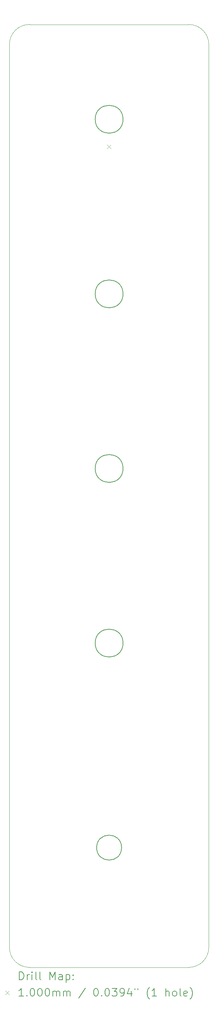
<source format=gbr>
%FSLAX45Y45*%
G04 Gerber Fmt 4.5, Leading zero omitted, Abs format (unit mm)*
G04 Created by KiCad (PCBNEW 6.0.5+dfsg-1~bpo11+1) date 2022-08-10 11:57:28*
%MOMM*%
%LPD*%
G01*
G04 APERTURE LIST*
%TA.AperFunction,Profile*%
%ADD10C,0.100000*%
%TD*%
%TA.AperFunction,Profile*%
%ADD11C,0.150000*%
%TD*%
%ADD12C,0.200000*%
%ADD13C,0.100000*%
G04 APERTURE END LIST*
D10*
X8064500Y-26035000D02*
G75*
G03*
X8572500Y-25527000I0J508000D01*
G01*
X8572500Y-25527000D02*
X8572500Y-2540000D01*
D11*
X6387500Y-17780000D02*
G75*
G03*
X6387500Y-17780000I-355000J0D01*
G01*
D10*
X8572500Y-2540000D02*
G75*
G03*
X8064500Y-2032000I-508000J0D01*
G01*
X3492500Y-2540000D02*
X3492500Y-25527000D01*
X8064500Y-2032000D02*
X4000500Y-2032000D01*
X3492500Y-25527000D02*
G75*
G03*
X4000500Y-26035000I508000J0D01*
G01*
D11*
X6350000Y-22987000D02*
G75*
G03*
X6350000Y-22987000I-317500J0D01*
G01*
D10*
X4000500Y-26035000D02*
X8064500Y-26035000D01*
D11*
X6387500Y-8890000D02*
G75*
G03*
X6387500Y-8890000I-355000J0D01*
G01*
X6387500Y-4445000D02*
G75*
G03*
X6387500Y-4445000I-355000J0D01*
G01*
X6387500Y-13335000D02*
G75*
G03*
X6387500Y-13335000I-355000J0D01*
G01*
D10*
X4000500Y-2032000D02*
G75*
G03*
X3492500Y-2540000I0J-508000D01*
G01*
D12*
D13*
X5982500Y-5093500D02*
X6082500Y-5193500D01*
X6082500Y-5093500D02*
X5982500Y-5193500D01*
D12*
X3745119Y-26350476D02*
X3745119Y-26150476D01*
X3792738Y-26150476D01*
X3821309Y-26160000D01*
X3840357Y-26179048D01*
X3849881Y-26198095D01*
X3859405Y-26236190D01*
X3859405Y-26264762D01*
X3849881Y-26302857D01*
X3840357Y-26321905D01*
X3821309Y-26340952D01*
X3792738Y-26350476D01*
X3745119Y-26350476D01*
X3945119Y-26350476D02*
X3945119Y-26217143D01*
X3945119Y-26255238D02*
X3954643Y-26236190D01*
X3964167Y-26226667D01*
X3983214Y-26217143D01*
X4002262Y-26217143D01*
X4068928Y-26350476D02*
X4068928Y-26217143D01*
X4068928Y-26150476D02*
X4059405Y-26160000D01*
X4068928Y-26169524D01*
X4078452Y-26160000D01*
X4068928Y-26150476D01*
X4068928Y-26169524D01*
X4192738Y-26350476D02*
X4173690Y-26340952D01*
X4164167Y-26321905D01*
X4164167Y-26150476D01*
X4297500Y-26350476D02*
X4278452Y-26340952D01*
X4268929Y-26321905D01*
X4268929Y-26150476D01*
X4526071Y-26350476D02*
X4526071Y-26150476D01*
X4592738Y-26293333D01*
X4659405Y-26150476D01*
X4659405Y-26350476D01*
X4840357Y-26350476D02*
X4840357Y-26245714D01*
X4830833Y-26226667D01*
X4811786Y-26217143D01*
X4773690Y-26217143D01*
X4754643Y-26226667D01*
X4840357Y-26340952D02*
X4821310Y-26350476D01*
X4773690Y-26350476D01*
X4754643Y-26340952D01*
X4745119Y-26321905D01*
X4745119Y-26302857D01*
X4754643Y-26283809D01*
X4773690Y-26274286D01*
X4821310Y-26274286D01*
X4840357Y-26264762D01*
X4935595Y-26217143D02*
X4935595Y-26417143D01*
X4935595Y-26226667D02*
X4954643Y-26217143D01*
X4992738Y-26217143D01*
X5011786Y-26226667D01*
X5021310Y-26236190D01*
X5030833Y-26255238D01*
X5030833Y-26312381D01*
X5021310Y-26331428D01*
X5011786Y-26340952D01*
X4992738Y-26350476D01*
X4954643Y-26350476D01*
X4935595Y-26340952D01*
X5116548Y-26331428D02*
X5126071Y-26340952D01*
X5116548Y-26350476D01*
X5107024Y-26340952D01*
X5116548Y-26331428D01*
X5116548Y-26350476D01*
X5116548Y-26226667D02*
X5126071Y-26236190D01*
X5116548Y-26245714D01*
X5107024Y-26236190D01*
X5116548Y-26226667D01*
X5116548Y-26245714D01*
D13*
X3387500Y-26630000D02*
X3487500Y-26730000D01*
X3487500Y-26630000D02*
X3387500Y-26730000D01*
D12*
X3849881Y-26770476D02*
X3735595Y-26770476D01*
X3792738Y-26770476D02*
X3792738Y-26570476D01*
X3773690Y-26599048D01*
X3754643Y-26618095D01*
X3735595Y-26627619D01*
X3935595Y-26751428D02*
X3945119Y-26760952D01*
X3935595Y-26770476D01*
X3926071Y-26760952D01*
X3935595Y-26751428D01*
X3935595Y-26770476D01*
X4068928Y-26570476D02*
X4087976Y-26570476D01*
X4107024Y-26580000D01*
X4116548Y-26589524D01*
X4126071Y-26608571D01*
X4135595Y-26646667D01*
X4135595Y-26694286D01*
X4126071Y-26732381D01*
X4116548Y-26751428D01*
X4107024Y-26760952D01*
X4087976Y-26770476D01*
X4068928Y-26770476D01*
X4049881Y-26760952D01*
X4040357Y-26751428D01*
X4030833Y-26732381D01*
X4021309Y-26694286D01*
X4021309Y-26646667D01*
X4030833Y-26608571D01*
X4040357Y-26589524D01*
X4049881Y-26580000D01*
X4068928Y-26570476D01*
X4259405Y-26570476D02*
X4278452Y-26570476D01*
X4297500Y-26580000D01*
X4307024Y-26589524D01*
X4316548Y-26608571D01*
X4326071Y-26646667D01*
X4326071Y-26694286D01*
X4316548Y-26732381D01*
X4307024Y-26751428D01*
X4297500Y-26760952D01*
X4278452Y-26770476D01*
X4259405Y-26770476D01*
X4240357Y-26760952D01*
X4230833Y-26751428D01*
X4221310Y-26732381D01*
X4211786Y-26694286D01*
X4211786Y-26646667D01*
X4221310Y-26608571D01*
X4230833Y-26589524D01*
X4240357Y-26580000D01*
X4259405Y-26570476D01*
X4449881Y-26570476D02*
X4468929Y-26570476D01*
X4487976Y-26580000D01*
X4497500Y-26589524D01*
X4507024Y-26608571D01*
X4516548Y-26646667D01*
X4516548Y-26694286D01*
X4507024Y-26732381D01*
X4497500Y-26751428D01*
X4487976Y-26760952D01*
X4468929Y-26770476D01*
X4449881Y-26770476D01*
X4430833Y-26760952D01*
X4421310Y-26751428D01*
X4411786Y-26732381D01*
X4402262Y-26694286D01*
X4402262Y-26646667D01*
X4411786Y-26608571D01*
X4421310Y-26589524D01*
X4430833Y-26580000D01*
X4449881Y-26570476D01*
X4602262Y-26770476D02*
X4602262Y-26637143D01*
X4602262Y-26656190D02*
X4611786Y-26646667D01*
X4630833Y-26637143D01*
X4659405Y-26637143D01*
X4678452Y-26646667D01*
X4687976Y-26665714D01*
X4687976Y-26770476D01*
X4687976Y-26665714D02*
X4697500Y-26646667D01*
X4716548Y-26637143D01*
X4745119Y-26637143D01*
X4764167Y-26646667D01*
X4773690Y-26665714D01*
X4773690Y-26770476D01*
X4868929Y-26770476D02*
X4868929Y-26637143D01*
X4868929Y-26656190D02*
X4878452Y-26646667D01*
X4897500Y-26637143D01*
X4926071Y-26637143D01*
X4945119Y-26646667D01*
X4954643Y-26665714D01*
X4954643Y-26770476D01*
X4954643Y-26665714D02*
X4964167Y-26646667D01*
X4983214Y-26637143D01*
X5011786Y-26637143D01*
X5030833Y-26646667D01*
X5040357Y-26665714D01*
X5040357Y-26770476D01*
X5430833Y-26560952D02*
X5259405Y-26818095D01*
X5687976Y-26570476D02*
X5707024Y-26570476D01*
X5726071Y-26580000D01*
X5735595Y-26589524D01*
X5745119Y-26608571D01*
X5754643Y-26646667D01*
X5754643Y-26694286D01*
X5745119Y-26732381D01*
X5735595Y-26751428D01*
X5726071Y-26760952D01*
X5707024Y-26770476D01*
X5687976Y-26770476D01*
X5668928Y-26760952D01*
X5659405Y-26751428D01*
X5649881Y-26732381D01*
X5640357Y-26694286D01*
X5640357Y-26646667D01*
X5649881Y-26608571D01*
X5659405Y-26589524D01*
X5668928Y-26580000D01*
X5687976Y-26570476D01*
X5840357Y-26751428D02*
X5849881Y-26760952D01*
X5840357Y-26770476D01*
X5830833Y-26760952D01*
X5840357Y-26751428D01*
X5840357Y-26770476D01*
X5973690Y-26570476D02*
X5992738Y-26570476D01*
X6011786Y-26580000D01*
X6021309Y-26589524D01*
X6030833Y-26608571D01*
X6040357Y-26646667D01*
X6040357Y-26694286D01*
X6030833Y-26732381D01*
X6021309Y-26751428D01*
X6011786Y-26760952D01*
X5992738Y-26770476D01*
X5973690Y-26770476D01*
X5954643Y-26760952D01*
X5945119Y-26751428D01*
X5935595Y-26732381D01*
X5926071Y-26694286D01*
X5926071Y-26646667D01*
X5935595Y-26608571D01*
X5945119Y-26589524D01*
X5954643Y-26580000D01*
X5973690Y-26570476D01*
X6107024Y-26570476D02*
X6230833Y-26570476D01*
X6164167Y-26646667D01*
X6192738Y-26646667D01*
X6211786Y-26656190D01*
X6221309Y-26665714D01*
X6230833Y-26684762D01*
X6230833Y-26732381D01*
X6221309Y-26751428D01*
X6211786Y-26760952D01*
X6192738Y-26770476D01*
X6135595Y-26770476D01*
X6116548Y-26760952D01*
X6107024Y-26751428D01*
X6326071Y-26770476D02*
X6364167Y-26770476D01*
X6383214Y-26760952D01*
X6392738Y-26751428D01*
X6411786Y-26722857D01*
X6421309Y-26684762D01*
X6421309Y-26608571D01*
X6411786Y-26589524D01*
X6402262Y-26580000D01*
X6383214Y-26570476D01*
X6345119Y-26570476D01*
X6326071Y-26580000D01*
X6316548Y-26589524D01*
X6307024Y-26608571D01*
X6307024Y-26656190D01*
X6316548Y-26675238D01*
X6326071Y-26684762D01*
X6345119Y-26694286D01*
X6383214Y-26694286D01*
X6402262Y-26684762D01*
X6411786Y-26675238D01*
X6421309Y-26656190D01*
X6592738Y-26637143D02*
X6592738Y-26770476D01*
X6545119Y-26560952D02*
X6497500Y-26703809D01*
X6621309Y-26703809D01*
X6687976Y-26570476D02*
X6687976Y-26608571D01*
X6764167Y-26570476D02*
X6764167Y-26608571D01*
X7059405Y-26846667D02*
X7049881Y-26837143D01*
X7030833Y-26808571D01*
X7021309Y-26789524D01*
X7011786Y-26760952D01*
X7002262Y-26713333D01*
X7002262Y-26675238D01*
X7011786Y-26627619D01*
X7021309Y-26599048D01*
X7030833Y-26580000D01*
X7049881Y-26551428D01*
X7059405Y-26541905D01*
X7240357Y-26770476D02*
X7126071Y-26770476D01*
X7183214Y-26770476D02*
X7183214Y-26570476D01*
X7164167Y-26599048D01*
X7145119Y-26618095D01*
X7126071Y-26627619D01*
X7478452Y-26770476D02*
X7478452Y-26570476D01*
X7564167Y-26770476D02*
X7564167Y-26665714D01*
X7554643Y-26646667D01*
X7535595Y-26637143D01*
X7507024Y-26637143D01*
X7487976Y-26646667D01*
X7478452Y-26656190D01*
X7687976Y-26770476D02*
X7668928Y-26760952D01*
X7659405Y-26751428D01*
X7649881Y-26732381D01*
X7649881Y-26675238D01*
X7659405Y-26656190D01*
X7668928Y-26646667D01*
X7687976Y-26637143D01*
X7716548Y-26637143D01*
X7735595Y-26646667D01*
X7745119Y-26656190D01*
X7754643Y-26675238D01*
X7754643Y-26732381D01*
X7745119Y-26751428D01*
X7735595Y-26760952D01*
X7716548Y-26770476D01*
X7687976Y-26770476D01*
X7868928Y-26770476D02*
X7849881Y-26760952D01*
X7840357Y-26741905D01*
X7840357Y-26570476D01*
X8021309Y-26760952D02*
X8002262Y-26770476D01*
X7964167Y-26770476D01*
X7945119Y-26760952D01*
X7935595Y-26741905D01*
X7935595Y-26665714D01*
X7945119Y-26646667D01*
X7964167Y-26637143D01*
X8002262Y-26637143D01*
X8021309Y-26646667D01*
X8030833Y-26665714D01*
X8030833Y-26684762D01*
X7935595Y-26703809D01*
X8097500Y-26846667D02*
X8107024Y-26837143D01*
X8126071Y-26808571D01*
X8135595Y-26789524D01*
X8145119Y-26760952D01*
X8154643Y-26713333D01*
X8154643Y-26675238D01*
X8145119Y-26627619D01*
X8135595Y-26599048D01*
X8126071Y-26580000D01*
X8107024Y-26551428D01*
X8097500Y-26541905D01*
M02*

</source>
